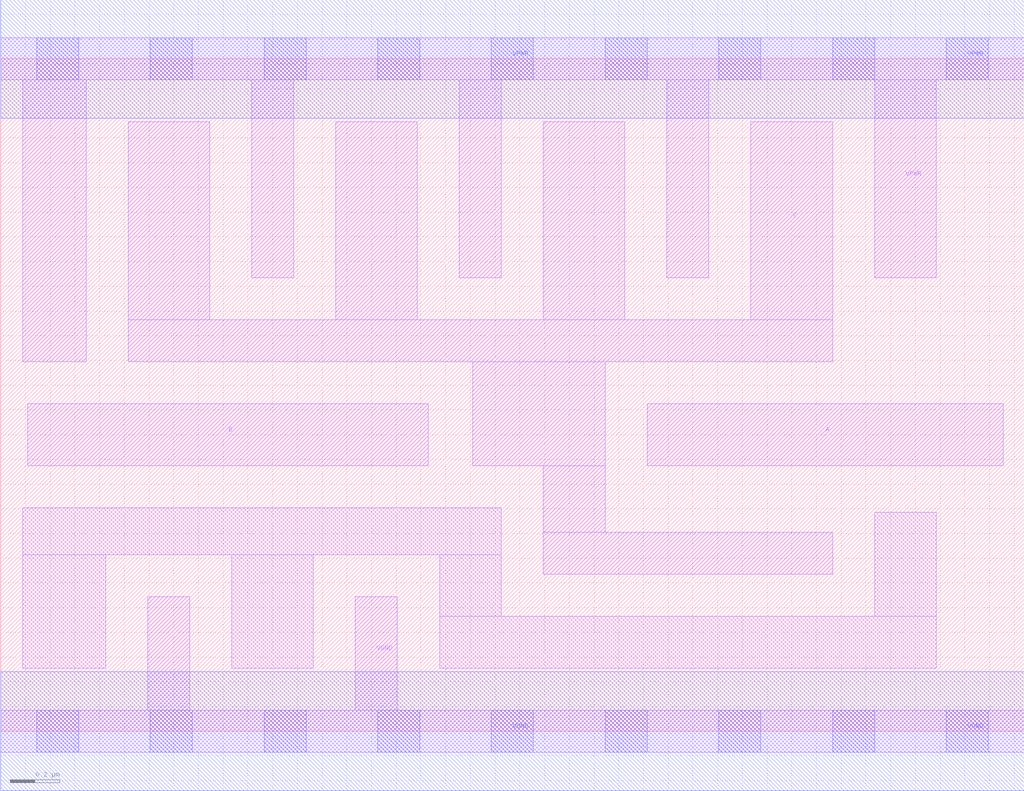
<source format=lef>
# Copyright 2020 The SkyWater PDK Authors
#
# Licensed under the Apache License, Version 2.0 (the "License");
# you may not use this file except in compliance with the License.
# You may obtain a copy of the License at
#
#     https://www.apache.org/licenses/LICENSE-2.0
#
# Unless required by applicable law or agreed to in writing, software
# distributed under the License is distributed on an "AS IS" BASIS,
# WITHOUT WARRANTIES OR CONDITIONS OF ANY KIND, either express or implied.
# See the License for the specific language governing permissions and
# limitations under the License.
#
# SPDX-License-Identifier: Apache-2.0

VERSION 5.7 ;
  NAMESCASESENSITIVE ON ;
  NOWIREEXTENSIONATPIN ON ;
  DIVIDERCHAR "/" ;
  BUSBITCHARS "[]" ;
UNITS
  DATABASE MICRONS 200 ;
END UNITS
MACRO sky130_fd_sc_hd__nand2_4
  CLASS CORE ;
  SOURCE USER ;
  FOREIGN sky130_fd_sc_hd__nand2_4 ;
  ORIGIN  0.000000  0.000000 ;
  SIZE  4.140000 BY  2.720000 ;
  SYMMETRY X Y R90 ;
  SITE unithd ;
  PIN A
    ANTENNAGATEAREA  0.990000 ;
    DIRECTION INPUT ;
    USE SIGNAL ;
    PORT
      LAYER li1 ;
        RECT 2.615000 1.075000 4.055000 1.325000 ;
    END
  END A
  PIN B
    ANTENNAGATEAREA  0.990000 ;
    DIRECTION INPUT ;
    USE SIGNAL ;
    PORT
      LAYER li1 ;
        RECT 0.110000 1.075000 1.730000 1.325000 ;
    END
  END B
  PIN Y
    ANTENNADIFFAREA  1.431000 ;
    DIRECTION OUTPUT ;
    USE SIGNAL ;
    PORT
      LAYER li1 ;
        RECT 0.515000 1.495000 3.365000 1.665000 ;
        RECT 0.515000 1.665000 0.845000 2.465000 ;
        RECT 1.355000 1.665000 1.685000 2.465000 ;
        RECT 1.910000 1.075000 2.445000 1.495000 ;
        RECT 2.195000 0.635000 3.365000 0.805000 ;
        RECT 2.195000 0.805000 2.445000 1.075000 ;
        RECT 2.195000 1.665000 2.525000 2.465000 ;
        RECT 3.035000 1.665000 3.365000 2.465000 ;
    END
  END Y
  PIN VGND
    DIRECTION INOUT ;
    SHAPE ABUTMENT ;
    USE GROUND ;
    PORT
      LAYER li1 ;
        RECT 0.000000 -0.085000 4.140000 0.085000 ;
        RECT 0.595000  0.085000 0.765000 0.545000 ;
        RECT 1.435000  0.085000 1.605000 0.545000 ;
      LAYER mcon ;
        RECT 0.145000 -0.085000 0.315000 0.085000 ;
        RECT 0.605000 -0.085000 0.775000 0.085000 ;
        RECT 1.065000 -0.085000 1.235000 0.085000 ;
        RECT 1.525000 -0.085000 1.695000 0.085000 ;
        RECT 1.985000 -0.085000 2.155000 0.085000 ;
        RECT 2.445000 -0.085000 2.615000 0.085000 ;
        RECT 2.905000 -0.085000 3.075000 0.085000 ;
        RECT 3.365000 -0.085000 3.535000 0.085000 ;
        RECT 3.825000 -0.085000 3.995000 0.085000 ;
      LAYER met1 ;
        RECT 0.000000 -0.240000 4.140000 0.240000 ;
    END
  END VGND
  PIN VPWR
    DIRECTION INOUT ;
    SHAPE ABUTMENT ;
    USE POWER ;
    PORT
      LAYER li1 ;
        RECT 0.000000 2.635000 4.140000 2.805000 ;
        RECT 0.090000 1.495000 0.345000 2.635000 ;
        RECT 1.015000 1.835000 1.185000 2.635000 ;
        RECT 1.855000 1.835000 2.025000 2.635000 ;
        RECT 2.695000 1.835000 2.865000 2.635000 ;
        RECT 3.535000 1.835000 3.785000 2.635000 ;
      LAYER mcon ;
        RECT 0.145000 2.635000 0.315000 2.805000 ;
        RECT 0.605000 2.635000 0.775000 2.805000 ;
        RECT 1.065000 2.635000 1.235000 2.805000 ;
        RECT 1.525000 2.635000 1.695000 2.805000 ;
        RECT 1.985000 2.635000 2.155000 2.805000 ;
        RECT 2.445000 2.635000 2.615000 2.805000 ;
        RECT 2.905000 2.635000 3.075000 2.805000 ;
        RECT 3.365000 2.635000 3.535000 2.805000 ;
        RECT 3.825000 2.635000 3.995000 2.805000 ;
      LAYER met1 ;
        RECT 0.000000 2.480000 4.140000 2.960000 ;
    END
  END VPWR
  OBS
    LAYER li1 ;
      RECT 0.090000 0.255000 0.425000 0.715000 ;
      RECT 0.090000 0.715000 2.025000 0.905000 ;
      RECT 0.935000 0.255000 1.265000 0.715000 ;
      RECT 1.775000 0.255000 3.785000 0.465000 ;
      RECT 1.775000 0.465000 2.025000 0.715000 ;
      RECT 3.535000 0.465000 3.785000 0.885000 ;
  END
END sky130_fd_sc_hd__nand2_4
END LIBRARY

</source>
